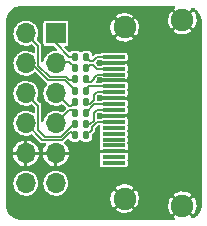
<source format=gbr>
G04 #@! TF.GenerationSoftware,KiCad,Pcbnew,5.99.0-unknown-8eca23aabe~115~ubuntu20.04.1*
G04 #@! TF.CreationDate,2021-02-02T12:21:52+00:00*
G04 #@! TF.ProjectId,dvi_pmod,6476695f-706d-46f6-942e-6b696361645f,rev?*
G04 #@! TF.SameCoordinates,Original*
G04 #@! TF.FileFunction,Copper,L1,Top*
G04 #@! TF.FilePolarity,Positive*
%FSLAX46Y46*%
G04 Gerber Fmt 4.6, Leading zero omitted, Abs format (unit mm)*
G04 Created by KiCad (PCBNEW 5.99.0-unknown-8eca23aabe~115~ubuntu20.04.1) date 2021-02-02 12:21:52*
%MOMM*%
%LPD*%
G01*
G04 APERTURE LIST*
G04 Aperture macros list*
%AMRoundRect*
0 Rectangle with rounded corners*
0 $1 Rounding radius*
0 $2 $3 $4 $5 $6 $7 $8 $9 X,Y pos of 4 corners*
0 Add a 4 corners polygon primitive as box body*
4,1,4,$2,$3,$4,$5,$6,$7,$8,$9,$2,$3,0*
0 Add four circle primitives for the rounded corners*
1,1,$1+$1,$2,$3*
1,1,$1+$1,$4,$5*
1,1,$1+$1,$6,$7*
1,1,$1+$1,$8,$9*
0 Add four rect primitives between the rounded corners*
20,1,$1+$1,$2,$3,$4,$5,0*
20,1,$1+$1,$4,$5,$6,$7,0*
20,1,$1+$1,$6,$7,$8,$9,0*
20,1,$1+$1,$8,$9,$2,$3,0*%
G04 Aperture macros list end*
G04 #@! TA.AperFunction,ComponentPad*
%ADD10R,1.700000X1.700000*%
G04 #@! TD*
G04 #@! TA.AperFunction,ComponentPad*
%ADD11O,1.700000X1.700000*%
G04 #@! TD*
G04 #@! TA.AperFunction,SMDPad,CuDef*
%ADD12R,1.900000X0.300000*%
G04 #@! TD*
G04 #@! TA.AperFunction,ComponentPad*
%ADD13C,1.900000*%
G04 #@! TD*
G04 #@! TA.AperFunction,SMDPad,CuDef*
%ADD14RoundRect,0.147500X0.147500X0.172500X-0.147500X0.172500X-0.147500X-0.172500X0.147500X-0.172500X0*%
G04 #@! TD*
G04 #@! TA.AperFunction,SMDPad,CuDef*
%ADD15RoundRect,0.147500X-0.147500X-0.172500X0.147500X-0.172500X0.147500X0.172500X-0.147500X0.172500X0*%
G04 #@! TD*
G04 #@! TA.AperFunction,ViaPad*
%ADD16C,0.600000*%
G04 #@! TD*
G04 #@! TA.AperFunction,Conductor*
%ADD17C,0.130000*%
G04 #@! TD*
G04 APERTURE END LIST*
D10*
X131445000Y-70000000D03*
D11*
X128905000Y-70000000D03*
X131445000Y-72540000D03*
X128905000Y-72540000D03*
X131445000Y-75080000D03*
X128905000Y-75080000D03*
X131445000Y-77620000D03*
X128905000Y-77620000D03*
X131445000Y-80160000D03*
X128905000Y-80160000D03*
X131445000Y-82700000D03*
X128905000Y-82700000D03*
D12*
X136362000Y-72000000D03*
X136362000Y-72500000D03*
X136362000Y-73000000D03*
X136362000Y-73500000D03*
X136362000Y-74000000D03*
X136362000Y-74500000D03*
X136362000Y-75000000D03*
X136362000Y-75500000D03*
X136362000Y-76000000D03*
X136362000Y-76500000D03*
X136362000Y-77000000D03*
X136362000Y-77500000D03*
X136362000Y-78000000D03*
X136362000Y-78500000D03*
X136362000Y-79000000D03*
X136362000Y-79500000D03*
X136362000Y-80000000D03*
X136362000Y-80500000D03*
X136362000Y-81000000D03*
D13*
X137262000Y-69500000D03*
X142162000Y-68900000D03*
X142162000Y-84600000D03*
X137262000Y-84000000D03*
D14*
X133997000Y-72000000D03*
X133027000Y-72000000D03*
X133997000Y-73900000D03*
X133027000Y-73900000D03*
X133997000Y-75800000D03*
X133027000Y-75800000D03*
X133997000Y-77700000D03*
X133027000Y-77700000D03*
D15*
X133027000Y-72950000D03*
X133997000Y-72950000D03*
X133027000Y-74850000D03*
X133997000Y-74850000D03*
X133027000Y-76750000D03*
X133997000Y-76750000D03*
X133027000Y-78650000D03*
X133997000Y-78650000D03*
D16*
X135150000Y-77000000D03*
X135150000Y-75500000D03*
X135150000Y-74000000D03*
X137762000Y-72500000D03*
X137762000Y-74000000D03*
X137762000Y-75500000D03*
X137762000Y-77000000D03*
X128000000Y-68500000D03*
X128000000Y-85000000D03*
X135062000Y-71400000D03*
X133512000Y-71250000D03*
X143400000Y-77100000D03*
X137862000Y-80000000D03*
X132000000Y-76350000D03*
X129400000Y-76400000D03*
X129350000Y-73850000D03*
X129350000Y-71300000D03*
X135150000Y-72500000D03*
X134862000Y-80000000D03*
X130700000Y-71400000D03*
X134900000Y-78600000D03*
D17*
X133997000Y-72000000D02*
X134347000Y-72350000D01*
X136357001Y-72004999D02*
X136362000Y-72000000D01*
X134550000Y-72350000D02*
X134895001Y-72004999D01*
X134347000Y-72350000D02*
X134550000Y-72350000D01*
X134895001Y-72004999D02*
X136357001Y-72004999D01*
X132600000Y-72000000D02*
X133027000Y-72000000D01*
X131445000Y-70845000D02*
X132600000Y-72000000D01*
X131445000Y-70000000D02*
X131445000Y-70845000D01*
X134654989Y-73907011D02*
X134654989Y-73762394D01*
X134412000Y-74150000D02*
X134654989Y-73907011D01*
X133997000Y-74000000D02*
X134147000Y-74150000D01*
X134147000Y-74150000D02*
X134412000Y-74150000D01*
X135007011Y-73504989D02*
X135012000Y-73500000D01*
X135012000Y-73500000D02*
X136362000Y-73500000D01*
X134654989Y-73762394D02*
X134912394Y-73504989D01*
X134912394Y-73504989D02*
X135007011Y-73504989D01*
X129950000Y-71045000D02*
X129950000Y-72750000D01*
X132927000Y-74000000D02*
X133027000Y-73900000D01*
X132307704Y-73724991D02*
X132582713Y-74000000D01*
X130924991Y-73724991D02*
X132307704Y-73724991D01*
X129950000Y-72750000D02*
X130924991Y-73724991D01*
X132582713Y-74000000D02*
X132927000Y-74000000D01*
X128905000Y-70000000D02*
X129950000Y-71045000D01*
X134995011Y-75004989D02*
X134912394Y-75004989D01*
X135000000Y-75000000D02*
X134995011Y-75004989D01*
X134654989Y-75262394D02*
X134654989Y-75345011D01*
X134654989Y-75345011D02*
X134650000Y-75350000D01*
X134650000Y-75694276D02*
X134344276Y-76000000D01*
X134912394Y-75004989D02*
X134654989Y-75262394D01*
X134344276Y-76000000D02*
X134197000Y-76000000D01*
X134650000Y-75350000D02*
X134650000Y-75694276D01*
X134197000Y-76000000D02*
X133997000Y-75800000D01*
X136362000Y-75000000D02*
X135000000Y-75000000D01*
X133027000Y-75873000D02*
X133027000Y-75800000D01*
X132565000Y-76200000D02*
X132700000Y-76200000D01*
X132700000Y-76200000D02*
X133027000Y-75873000D01*
X131445000Y-75080000D02*
X132565000Y-76200000D01*
X134654989Y-76762394D02*
X134917383Y-76500000D01*
X134654989Y-77407011D02*
X134654989Y-76762394D01*
X133997000Y-77700000D02*
X134362000Y-77700000D01*
X134362000Y-77700000D02*
X134654989Y-77407011D01*
X134917383Y-76500000D02*
X136362000Y-76500000D01*
X130525000Y-78750000D02*
X131900000Y-78750000D01*
X131900000Y-78750000D02*
X132950000Y-77700000D01*
X132950000Y-77700000D02*
X133027000Y-77700000D01*
X128905000Y-75080000D02*
X129950001Y-76125001D01*
X129950001Y-78175001D02*
X130525000Y-78750000D01*
X129950001Y-76125001D02*
X129950001Y-78175001D01*
X132060000Y-72540000D02*
X132200000Y-72400000D01*
X132600000Y-72400000D02*
X133027000Y-72827000D01*
X133027000Y-72827000D02*
X133027000Y-72950000D01*
X131445000Y-72540000D02*
X132060000Y-72540000D01*
X132200000Y-72400000D02*
X132600000Y-72400000D01*
X134297000Y-72650000D02*
X133997000Y-72950000D01*
X134900000Y-73000000D02*
X134550000Y-72650000D01*
X133997000Y-73000000D02*
X134197000Y-72800000D01*
X136362000Y-73000000D02*
X134900000Y-73000000D01*
X134550000Y-72650000D02*
X134297000Y-72650000D01*
X132200000Y-73985011D02*
X133027000Y-74812011D01*
X128905000Y-72540000D02*
X129340000Y-72540000D01*
X133027000Y-74812011D02*
X133027000Y-74850000D01*
X129340000Y-72540000D02*
X130785011Y-73985011D01*
X130785011Y-73985011D02*
X132200000Y-73985011D01*
X134917383Y-74500000D02*
X136362000Y-74500000D01*
X134262000Y-74500000D02*
X134917383Y-74500000D01*
X133997000Y-74765000D02*
X134262000Y-74500000D01*
X133997000Y-75000000D02*
X133997000Y-74765000D01*
X131445000Y-77620000D02*
X132565000Y-76500000D01*
X132565000Y-76500000D02*
X132777000Y-76500000D01*
X132777000Y-76500000D02*
X133027000Y-76750000D01*
X136362000Y-76000000D02*
X134712000Y-76000000D01*
X133997000Y-76715000D02*
X133997000Y-76750000D01*
X134712000Y-76000000D02*
X133997000Y-76715000D01*
X132752000Y-78375000D02*
X133027000Y-78650000D01*
X130295011Y-79010011D02*
X130417288Y-79010011D01*
X130417297Y-79010020D02*
X132007704Y-79010020D01*
X130417288Y-79010011D02*
X130417297Y-79010020D01*
X132007704Y-79010020D02*
X132642724Y-78375000D01*
X128905000Y-77620000D02*
X130295011Y-79010011D01*
X132642724Y-78375000D02*
X132752000Y-78375000D01*
X134487020Y-78159980D02*
X134487020Y-77942704D01*
X134929724Y-77500000D02*
X136362000Y-77500000D01*
X133997000Y-78650000D02*
X134487020Y-78159980D01*
X134487020Y-77942704D02*
X134929724Y-77500000D01*
G04 #@! TA.AperFunction,Conductor*
G36*
X141530297Y-67718907D02*
G01*
X141566261Y-67768407D01*
X141566261Y-67829593D01*
X141530297Y-67879093D01*
X141522724Y-67884081D01*
X141457617Y-67922816D01*
X141450312Y-67928123D01*
X141417659Y-67956758D01*
X141410841Y-67968218D01*
X141411164Y-67971736D01*
X141412532Y-67973755D01*
X142150914Y-68712137D01*
X142162797Y-68718191D01*
X142167828Y-68717395D01*
X142908197Y-67977026D01*
X142914251Y-67965143D01*
X142909712Y-67936481D01*
X142911555Y-67936189D01*
X142905647Y-67919151D01*
X142923410Y-67860601D01*
X142972195Y-67823673D01*
X143033369Y-67822474D01*
X143049565Y-67828997D01*
X143157225Y-67883852D01*
X143163986Y-67887639D01*
X143185964Y-67901106D01*
X143189670Y-67903378D01*
X143196131Y-67907696D01*
X143323733Y-68000405D01*
X143329828Y-68005209D01*
X143352724Y-68024764D01*
X143358419Y-68030028D01*
X143469971Y-68141580D01*
X143475247Y-68147289D01*
X143494785Y-68170165D01*
X143499597Y-68176269D01*
X143592308Y-68303874D01*
X143596622Y-68310330D01*
X143612351Y-68335998D01*
X143616148Y-68342779D01*
X143687766Y-68483336D01*
X143691015Y-68490383D01*
X143702523Y-68518165D01*
X143705212Y-68525451D01*
X143735989Y-68620172D01*
X143753964Y-68675494D01*
X143756073Y-68682975D01*
X143763095Y-68712223D01*
X143764612Y-68719848D01*
X143789288Y-68875643D01*
X143790202Y-68883363D01*
X143793415Y-68924190D01*
X143793704Y-68930164D01*
X143795430Y-69025622D01*
X143797098Y-69032366D01*
X143797106Y-69032400D01*
X143800000Y-69056161D01*
X143800000Y-84443706D01*
X143797065Y-84467634D01*
X143795433Y-84474186D01*
X143793703Y-84569835D01*
X143793703Y-84569845D01*
X143793414Y-84575822D01*
X143790202Y-84616635D01*
X143789288Y-84624351D01*
X143779523Y-84686011D01*
X143764613Y-84780149D01*
X143763097Y-84787770D01*
X143756076Y-84817016D01*
X143753971Y-84824484D01*
X143715672Y-84942358D01*
X143705219Y-84974529D01*
X143702528Y-84981821D01*
X143691015Y-85009616D01*
X143687763Y-85016671D01*
X143616153Y-85157215D01*
X143616148Y-85157224D01*
X143612359Y-85163990D01*
X143596625Y-85189666D01*
X143592317Y-85196114D01*
X143499587Y-85323745D01*
X143494795Y-85329824D01*
X143482224Y-85344542D01*
X143475243Y-85352716D01*
X143469967Y-85358424D01*
X143358420Y-85469971D01*
X143352711Y-85475247D01*
X143329835Y-85494785D01*
X143323731Y-85499597D01*
X143196125Y-85592309D01*
X143189673Y-85596620D01*
X143177681Y-85603969D01*
X143163996Y-85612355D01*
X143157215Y-85616153D01*
X143038400Y-85676692D01*
X142977968Y-85686263D01*
X142923451Y-85658485D01*
X142895674Y-85603969D01*
X142905245Y-85543537D01*
X142909729Y-85535653D01*
X142912616Y-85531077D01*
X142912430Y-85528245D01*
X142910428Y-85525205D01*
X142173086Y-84787863D01*
X142161203Y-84781809D01*
X142156172Y-84782605D01*
X141414070Y-85524707D01*
X141408016Y-85536590D01*
X141408507Y-85539693D01*
X141526726Y-85618684D01*
X141564606Y-85666734D01*
X141567008Y-85727873D01*
X141533015Y-85778746D01*
X141471725Y-85800000D01*
X128556294Y-85800000D01*
X128532366Y-85797065D01*
X128531243Y-85796785D01*
X128531241Y-85796785D01*
X128525814Y-85795433D01*
X128430150Y-85793703D01*
X128424178Y-85793414D01*
X128383365Y-85790202D01*
X128375649Y-85789288D01*
X128279446Y-85774052D01*
X128219851Y-85764613D01*
X128212230Y-85763097D01*
X128204196Y-85761168D01*
X128182969Y-85756072D01*
X128175516Y-85753971D01*
X128025462Y-85705216D01*
X128018179Y-85702528D01*
X127990384Y-85691015D01*
X127983324Y-85687761D01*
X127961600Y-85676692D01*
X127842770Y-85616145D01*
X127836003Y-85612355D01*
X127810327Y-85596620D01*
X127803886Y-85592316D01*
X127676255Y-85499587D01*
X127670176Y-85494795D01*
X127647282Y-85475241D01*
X127641576Y-85469967D01*
X127530029Y-85358420D01*
X127524753Y-85352711D01*
X127505215Y-85329835D01*
X127500403Y-85323731D01*
X127497066Y-85319137D01*
X127407689Y-85196121D01*
X127403375Y-85189666D01*
X127403374Y-85189663D01*
X127387645Y-85163996D01*
X127383847Y-85157215D01*
X127312238Y-85016673D01*
X127308984Y-85009614D01*
X127297474Y-84981827D01*
X127294784Y-84974534D01*
X127282455Y-84936590D01*
X136508016Y-84936590D01*
X136508507Y-84939694D01*
X136683242Y-85056448D01*
X136691203Y-85060770D01*
X136885456Y-85144228D01*
X136894067Y-85147026D01*
X137100290Y-85193690D01*
X137109249Y-85194869D01*
X137320532Y-85203171D01*
X137329559Y-85202697D01*
X137538808Y-85172358D01*
X137547599Y-85170247D01*
X137747821Y-85102281D01*
X137756079Y-85098604D01*
X137940556Y-84995292D01*
X137948011Y-84990169D01*
X138005498Y-84942358D01*
X138012616Y-84931076D01*
X138012430Y-84928245D01*
X138010428Y-84925205D01*
X137273086Y-84187863D01*
X137261203Y-84181809D01*
X137256172Y-84182605D01*
X136514070Y-84924707D01*
X136508016Y-84936590D01*
X127282455Y-84936590D01*
X127246034Y-84824499D01*
X127243931Y-84817044D01*
X127236900Y-84787757D01*
X127235387Y-84780151D01*
X127230624Y-84750078D01*
X127210711Y-84624352D01*
X127209798Y-84616640D01*
X127208261Y-84597101D01*
X127206585Y-84575806D01*
X127206296Y-84569835D01*
X127204704Y-84481792D01*
X127204570Y-84474378D01*
X127202894Y-84467598D01*
X127200000Y-84443839D01*
X127200000Y-83972984D01*
X136057710Y-83972984D01*
X136071539Y-84183978D01*
X136072952Y-84192899D01*
X136124999Y-84397835D01*
X136128019Y-84406363D01*
X136216535Y-84598369D01*
X136221066Y-84606216D01*
X136318825Y-84744542D01*
X136329512Y-84752523D01*
X136330261Y-84752533D01*
X136336392Y-84748831D01*
X137074137Y-84011086D01*
X137079379Y-84000797D01*
X137443809Y-84000797D01*
X137444605Y-84005828D01*
X138183245Y-84744468D01*
X138195128Y-84750522D01*
X138197932Y-84750078D01*
X138200774Y-84747808D01*
X138252169Y-84686011D01*
X138257292Y-84678556D01*
X138316415Y-84572984D01*
X140957710Y-84572984D01*
X140971539Y-84783978D01*
X140972952Y-84792899D01*
X141024999Y-84997835D01*
X141028019Y-85006363D01*
X141116535Y-85198369D01*
X141121066Y-85206216D01*
X141218825Y-85344542D01*
X141229512Y-85352523D01*
X141230261Y-85352533D01*
X141236392Y-85348831D01*
X141974137Y-84611086D01*
X141979379Y-84600797D01*
X142343809Y-84600797D01*
X142344605Y-84605828D01*
X143083245Y-85344468D01*
X143095128Y-85350522D01*
X143097932Y-85350078D01*
X143100774Y-85347808D01*
X143152169Y-85286011D01*
X143157292Y-85278556D01*
X143260604Y-85094079D01*
X143264281Y-85085821D01*
X143332247Y-84885599D01*
X143334358Y-84876808D01*
X143364929Y-84665964D01*
X143365426Y-84660140D01*
X143366924Y-84602914D01*
X143366734Y-84597101D01*
X143347237Y-84384924D01*
X143345590Y-84376038D01*
X143288196Y-84172536D01*
X143284955Y-84164093D01*
X143191442Y-83974466D01*
X143186712Y-83966748D01*
X143104317Y-83856406D01*
X143093425Y-83848708D01*
X143091976Y-83848727D01*
X143086883Y-83851894D01*
X142349863Y-84588914D01*
X142343809Y-84600797D01*
X141979379Y-84600797D01*
X141980191Y-84599203D01*
X141979395Y-84594172D01*
X141240747Y-83855524D01*
X141228864Y-83849470D01*
X141226747Y-83849805D01*
X141223017Y-83852866D01*
X141154212Y-83940145D01*
X141149288Y-83947728D01*
X141050835Y-84134855D01*
X141047381Y-84143195D01*
X140984679Y-84345127D01*
X140982798Y-84353977D01*
X140957946Y-84563952D01*
X140957710Y-84572984D01*
X138316415Y-84572984D01*
X138360604Y-84494079D01*
X138364281Y-84485821D01*
X138432247Y-84285599D01*
X138434358Y-84276808D01*
X138464929Y-84065964D01*
X138465426Y-84060140D01*
X138466924Y-84002914D01*
X138466734Y-83997101D01*
X138447237Y-83784924D01*
X138445590Y-83776038D01*
X138415181Y-83668218D01*
X141410841Y-83668218D01*
X141411164Y-83671736D01*
X141412532Y-83673755D01*
X142150914Y-84412137D01*
X142162797Y-84418191D01*
X142167828Y-84417395D01*
X142908197Y-83677026D01*
X142914251Y-83665143D01*
X142913591Y-83660976D01*
X142912843Y-83659987D01*
X142898888Y-83647088D01*
X142891723Y-83641589D01*
X142712896Y-83528758D01*
X142704843Y-83524655D01*
X142508451Y-83446303D01*
X142499792Y-83443738D01*
X142292411Y-83402487D01*
X142283418Y-83401542D01*
X142071997Y-83398774D01*
X142062979Y-83399484D01*
X141854595Y-83435291D01*
X141845868Y-83437629D01*
X141647493Y-83510814D01*
X141639331Y-83514707D01*
X141457617Y-83622816D01*
X141450312Y-83628123D01*
X141417659Y-83656758D01*
X141410841Y-83668218D01*
X138415181Y-83668218D01*
X138388196Y-83572536D01*
X138384955Y-83564093D01*
X138291442Y-83374466D01*
X138286712Y-83366748D01*
X138204317Y-83256406D01*
X138193425Y-83248708D01*
X138191976Y-83248727D01*
X138186883Y-83251894D01*
X137449863Y-83988914D01*
X137443809Y-84000797D01*
X137079379Y-84000797D01*
X137080191Y-83999203D01*
X137079395Y-83994172D01*
X136340747Y-83255524D01*
X136328864Y-83249470D01*
X136326747Y-83249805D01*
X136323017Y-83252866D01*
X136254212Y-83340145D01*
X136249288Y-83347728D01*
X136150835Y-83534855D01*
X136147381Y-83543195D01*
X136084679Y-83745127D01*
X136082798Y-83753977D01*
X136057946Y-83963952D01*
X136057710Y-83972984D01*
X127200000Y-83972984D01*
X127200000Y-82685263D01*
X127849603Y-82685263D01*
X127857092Y-82774445D01*
X127863126Y-82846303D01*
X127866840Y-82890538D01*
X127868173Y-82895186D01*
X127868173Y-82895187D01*
X127916908Y-83065143D01*
X127923621Y-83088555D01*
X128017782Y-83271773D01*
X128145737Y-83433212D01*
X128149417Y-83436344D01*
X128149419Y-83436346D01*
X128178029Y-83460695D01*
X128302612Y-83566723D01*
X128306835Y-83569083D01*
X128306839Y-83569086D01*
X128412474Y-83628123D01*
X128482432Y-83667221D01*
X128487030Y-83668715D01*
X128673742Y-83729382D01*
X128673745Y-83729383D01*
X128678347Y-83730878D01*
X128882895Y-83755269D01*
X128887717Y-83754898D01*
X128887720Y-83754898D01*
X129083458Y-83739837D01*
X129083463Y-83739836D01*
X129088286Y-83739465D01*
X129286695Y-83684068D01*
X129300636Y-83677026D01*
X129466244Y-83593371D01*
X129466246Y-83593370D01*
X129470565Y-83591188D01*
X129632893Y-83464363D01*
X129636055Y-83460700D01*
X129636060Y-83460695D01*
X129764332Y-83312089D01*
X129767496Y-83308424D01*
X129790766Y-83267463D01*
X129866858Y-83133517D01*
X129866859Y-83133514D01*
X129869247Y-83129311D01*
X129884355Y-83083897D01*
X129932743Y-82938435D01*
X129932743Y-82938433D01*
X129934270Y-82933844D01*
X129937180Y-82910814D01*
X129959740Y-82732225D01*
X129960088Y-82729471D01*
X129960500Y-82700000D01*
X129959055Y-82685263D01*
X130389603Y-82685263D01*
X130397092Y-82774445D01*
X130403126Y-82846303D01*
X130406840Y-82890538D01*
X130408173Y-82895186D01*
X130408173Y-82895187D01*
X130456908Y-83065143D01*
X130463621Y-83088555D01*
X130557782Y-83271773D01*
X130685737Y-83433212D01*
X130689417Y-83436344D01*
X130689419Y-83436346D01*
X130718029Y-83460695D01*
X130842612Y-83566723D01*
X130846835Y-83569083D01*
X130846839Y-83569086D01*
X130952474Y-83628123D01*
X131022432Y-83667221D01*
X131027030Y-83668715D01*
X131213742Y-83729382D01*
X131213745Y-83729383D01*
X131218347Y-83730878D01*
X131422895Y-83755269D01*
X131427717Y-83754898D01*
X131427720Y-83754898D01*
X131623458Y-83739837D01*
X131623463Y-83739836D01*
X131628286Y-83739465D01*
X131826695Y-83684068D01*
X131840636Y-83677026D01*
X132006244Y-83593371D01*
X132006246Y-83593370D01*
X132010565Y-83591188D01*
X132172893Y-83464363D01*
X132176055Y-83460700D01*
X132176060Y-83460695D01*
X132304332Y-83312089D01*
X132307496Y-83308424D01*
X132330766Y-83267463D01*
X132406858Y-83133517D01*
X132406859Y-83133514D01*
X132409247Y-83129311D01*
X132424355Y-83083897D01*
X132429571Y-83068218D01*
X136510841Y-83068218D01*
X136511164Y-83071736D01*
X136512532Y-83073755D01*
X137250914Y-83812137D01*
X137262797Y-83818191D01*
X137267828Y-83817395D01*
X138008197Y-83077026D01*
X138014251Y-83065143D01*
X138013591Y-83060976D01*
X138012843Y-83059987D01*
X137998888Y-83047088D01*
X137991723Y-83041589D01*
X137812896Y-82928758D01*
X137804843Y-82924655D01*
X137608451Y-82846303D01*
X137599792Y-82843738D01*
X137392411Y-82802487D01*
X137383418Y-82801542D01*
X137171997Y-82798774D01*
X137162979Y-82799484D01*
X136954595Y-82835291D01*
X136945868Y-82837629D01*
X136747493Y-82910814D01*
X136739331Y-82914707D01*
X136557617Y-83022816D01*
X136550312Y-83028123D01*
X136517659Y-83056758D01*
X136510841Y-83068218D01*
X132429571Y-83068218D01*
X132472743Y-82938435D01*
X132472743Y-82938433D01*
X132474270Y-82933844D01*
X132477180Y-82910814D01*
X132499740Y-82732225D01*
X132500088Y-82729471D01*
X132500500Y-82700000D01*
X132480398Y-82494986D01*
X132477493Y-82485362D01*
X132422256Y-82302412D01*
X132420858Y-82297780D01*
X132324148Y-82115895D01*
X132193952Y-81956259D01*
X132035228Y-81824951D01*
X131854023Y-81726973D01*
X131790952Y-81707449D01*
X131661859Y-81667488D01*
X131661855Y-81667487D01*
X131657238Y-81666058D01*
X131652431Y-81665553D01*
X131652427Y-81665552D01*
X131457185Y-81645032D01*
X131457183Y-81645032D01*
X131452369Y-81644526D01*
X131384372Y-81650714D01*
X131252039Y-81662757D01*
X131252036Y-81662758D01*
X131247219Y-81663196D01*
X131242577Y-81664562D01*
X131242573Y-81664563D01*
X131054250Y-81719989D01*
X131054247Y-81719990D01*
X131049603Y-81721357D01*
X131045309Y-81723602D01*
X130871344Y-81814548D01*
X130871340Y-81814551D01*
X130867047Y-81816795D01*
X130863271Y-81819831D01*
X130863268Y-81819833D01*
X130856903Y-81824951D01*
X130706505Y-81945874D01*
X130694643Y-81960011D01*
X130577202Y-82099971D01*
X130577199Y-82099975D01*
X130574093Y-82103677D01*
X130474853Y-82284194D01*
X130412565Y-82480549D01*
X130389603Y-82685263D01*
X129959055Y-82685263D01*
X129940398Y-82494986D01*
X129937493Y-82485362D01*
X129882256Y-82302412D01*
X129880858Y-82297780D01*
X129784148Y-82115895D01*
X129653952Y-81956259D01*
X129495228Y-81824951D01*
X129314023Y-81726973D01*
X129250952Y-81707449D01*
X129121859Y-81667488D01*
X129121855Y-81667487D01*
X129117238Y-81666058D01*
X129112431Y-81665553D01*
X129112427Y-81665552D01*
X128917185Y-81645032D01*
X128917183Y-81645032D01*
X128912369Y-81644526D01*
X128844372Y-81650714D01*
X128712039Y-81662757D01*
X128712036Y-81662758D01*
X128707219Y-81663196D01*
X128702577Y-81664562D01*
X128702573Y-81664563D01*
X128514250Y-81719989D01*
X128514247Y-81719990D01*
X128509603Y-81721357D01*
X128505309Y-81723602D01*
X128331344Y-81814548D01*
X128331340Y-81814551D01*
X128327047Y-81816795D01*
X128323271Y-81819831D01*
X128323268Y-81819833D01*
X128316903Y-81824951D01*
X128166505Y-81945874D01*
X128154643Y-81960011D01*
X128037202Y-82099971D01*
X128037199Y-82099975D01*
X128034093Y-82103677D01*
X127934853Y-82284194D01*
X127872565Y-82480549D01*
X127849603Y-82685263D01*
X127200000Y-82685263D01*
X127200000Y-80297264D01*
X127811406Y-80297264D01*
X127842996Y-80463655D01*
X127845614Y-80472665D01*
X127919575Y-80658993D01*
X127923855Y-80667356D01*
X128031711Y-80836331D01*
X128037489Y-80843727D01*
X128175359Y-80989267D01*
X128182429Y-80995435D01*
X128345337Y-81112280D01*
X128353441Y-81116996D01*
X128535504Y-81200928D01*
X128544352Y-81204027D01*
X128739008Y-81252019D01*
X128748280Y-81253388D01*
X128764341Y-81254216D01*
X128777222Y-81250753D01*
X128779672Y-81247721D01*
X128780000Y-81245947D01*
X128780000Y-80300680D01*
X128777583Y-80293243D01*
X129030000Y-80293243D01*
X129030000Y-81237543D01*
X129034122Y-81250228D01*
X129035404Y-81251160D01*
X129041152Y-81251666D01*
X129156413Y-81235569D01*
X129165537Y-81233396D01*
X129355268Y-81168622D01*
X129363812Y-81164764D01*
X129537867Y-81065283D01*
X129545532Y-81059876D01*
X129697630Y-80929282D01*
X129704143Y-80922514D01*
X129828800Y-80765518D01*
X129833911Y-80757647D01*
X129926632Y-80579911D01*
X129930166Y-80571207D01*
X129987606Y-80379141D01*
X129989427Y-80369944D01*
X129996409Y-80300600D01*
X129995685Y-80297264D01*
X130351406Y-80297264D01*
X130382996Y-80463655D01*
X130385614Y-80472665D01*
X130459575Y-80658993D01*
X130463855Y-80667356D01*
X130571711Y-80836331D01*
X130577489Y-80843727D01*
X130715359Y-80989267D01*
X130722429Y-80995435D01*
X130885337Y-81112280D01*
X130893441Y-81116996D01*
X131075504Y-81200928D01*
X131084352Y-81204027D01*
X131279008Y-81252019D01*
X131288280Y-81253388D01*
X131304341Y-81254216D01*
X131317222Y-81250753D01*
X131319672Y-81247721D01*
X131320000Y-81245947D01*
X131320000Y-80300680D01*
X131317583Y-80293243D01*
X131570000Y-80293243D01*
X131570000Y-81237543D01*
X131574122Y-81250228D01*
X131575404Y-81251160D01*
X131581152Y-81251666D01*
X131696413Y-81235569D01*
X131705537Y-81233396D01*
X131895268Y-81168622D01*
X131903812Y-81164764D01*
X132077867Y-81065283D01*
X132085532Y-81059876D01*
X132237630Y-80929282D01*
X132244143Y-80922514D01*
X132368800Y-80765518D01*
X132373911Y-80757647D01*
X132466632Y-80579911D01*
X132470166Y-80571207D01*
X132527606Y-80379141D01*
X132529427Y-80369944D01*
X132536409Y-80300600D01*
X132533579Y-80287567D01*
X132531634Y-80285830D01*
X132527685Y-80285000D01*
X131585680Y-80285000D01*
X131572995Y-80289122D01*
X131570000Y-80293243D01*
X131317583Y-80293243D01*
X131315878Y-80287995D01*
X131311757Y-80285000D01*
X130364758Y-80285000D01*
X130352073Y-80289122D01*
X130351908Y-80289348D01*
X130351406Y-80297264D01*
X129995685Y-80297264D01*
X129993579Y-80287567D01*
X129991634Y-80285830D01*
X129987685Y-80285000D01*
X129045680Y-80285000D01*
X129032995Y-80289122D01*
X129030000Y-80293243D01*
X128777583Y-80293243D01*
X128775878Y-80287995D01*
X128771757Y-80285000D01*
X127824758Y-80285000D01*
X127812073Y-80289122D01*
X127811908Y-80289348D01*
X127811406Y-80297264D01*
X127200000Y-80297264D01*
X127200000Y-80133243D01*
X135157000Y-80133243D01*
X135157000Y-80145142D01*
X135157948Y-80154763D01*
X135174509Y-80238022D01*
X135181828Y-80255691D01*
X135192514Y-80271684D01*
X135209122Y-80330572D01*
X135207753Y-80342131D01*
X135207447Y-80345239D01*
X135206500Y-80350000D01*
X135206500Y-80650000D01*
X135221222Y-80724013D01*
X135222143Y-80728641D01*
X135218711Y-80729324D01*
X135222016Y-80771334D01*
X135222143Y-80771359D01*
X135206500Y-80850000D01*
X135206500Y-81150000D01*
X135222143Y-81228641D01*
X135266690Y-81295310D01*
X135333359Y-81339857D01*
X135342922Y-81341759D01*
X135342924Y-81341760D01*
X135368200Y-81346787D01*
X135412000Y-81355500D01*
X137312000Y-81355500D01*
X137355800Y-81346787D01*
X137381076Y-81341760D01*
X137381078Y-81341759D01*
X137390641Y-81339857D01*
X137457310Y-81295310D01*
X137501857Y-81228641D01*
X137517500Y-81150000D01*
X137517500Y-80850000D01*
X137501857Y-80771359D01*
X137505289Y-80770676D01*
X137501984Y-80728666D01*
X137501857Y-80728641D01*
X137501947Y-80728190D01*
X137501947Y-80728189D01*
X137517500Y-80650000D01*
X137517500Y-80350000D01*
X137516552Y-80345237D01*
X137516075Y-80340388D01*
X137517384Y-80340259D01*
X137523894Y-80285241D01*
X137531486Y-80271684D01*
X137542172Y-80255691D01*
X137549491Y-80238022D01*
X137566052Y-80154763D01*
X137567000Y-80145142D01*
X137567000Y-80140680D01*
X137562878Y-80127995D01*
X137558757Y-80125000D01*
X135172680Y-80125000D01*
X135159995Y-80129122D01*
X135157000Y-80133243D01*
X127200000Y-80133243D01*
X127200000Y-80019613D01*
X127811632Y-80019613D01*
X127813245Y-80032849D01*
X127813341Y-80032952D01*
X127821245Y-80035000D01*
X128764320Y-80035000D01*
X128777005Y-80030878D01*
X128780000Y-80026757D01*
X128780000Y-79080283D01*
X128779260Y-79078006D01*
X129030000Y-79078006D01*
X129030000Y-80019320D01*
X129034122Y-80032005D01*
X129038243Y-80035000D01*
X129982394Y-80035000D01*
X129995079Y-80030878D01*
X129996693Y-80028657D01*
X129997108Y-80024881D01*
X129990512Y-79955743D01*
X129988738Y-79946531D01*
X129932302Y-79754156D01*
X129928821Y-79745453D01*
X129837026Y-79567222D01*
X129831956Y-79559326D01*
X129708122Y-79401677D01*
X129701653Y-79394884D01*
X129550237Y-79263491D01*
X129542595Y-79258041D01*
X129369066Y-79157652D01*
X129360543Y-79153750D01*
X129171151Y-79087981D01*
X129162050Y-79085763D01*
X129045516Y-79068867D01*
X129032372Y-79071125D01*
X129031363Y-79072162D01*
X129030000Y-79078006D01*
X128779260Y-79078006D01*
X128775878Y-79067598D01*
X128772612Y-79065225D01*
X128771067Y-79065017D01*
X128754012Y-79065806D01*
X128744721Y-79067129D01*
X128549830Y-79114098D01*
X128540958Y-79117152D01*
X128358460Y-79200129D01*
X128350328Y-79204805D01*
X128186813Y-79320794D01*
X128179713Y-79326923D01*
X128041080Y-79471740D01*
X128035266Y-79479103D01*
X127926517Y-79647525D01*
X127922206Y-79655841D01*
X127847262Y-79841800D01*
X127844602Y-79850780D01*
X127811632Y-80019613D01*
X127200000Y-80019613D01*
X127200000Y-69985263D01*
X127849603Y-69985263D01*
X127854554Y-70044228D01*
X127859101Y-70098369D01*
X127866840Y-70190538D01*
X127868173Y-70195186D01*
X127868173Y-70195187D01*
X127882326Y-70244542D01*
X127923621Y-70388555D01*
X128017782Y-70571773D01*
X128145737Y-70733212D01*
X128302612Y-70866723D01*
X128306835Y-70869083D01*
X128306839Y-70869086D01*
X128413401Y-70928641D01*
X128482432Y-70967221D01*
X128487030Y-70968715D01*
X128673742Y-71029382D01*
X128673745Y-71029383D01*
X128678347Y-71030878D01*
X128882895Y-71055269D01*
X128887717Y-71054898D01*
X128887720Y-71054898D01*
X129083458Y-71039837D01*
X129083463Y-71039836D01*
X129088286Y-71039465D01*
X129286695Y-70984068D01*
X129317089Y-70968715D01*
X129373476Y-70940231D01*
X129433941Y-70930869D01*
X129488118Y-70958592D01*
X129655504Y-71125978D01*
X129683281Y-71180495D01*
X129684500Y-71195982D01*
X129684500Y-71611145D01*
X129665593Y-71669336D01*
X129616093Y-71705300D01*
X129554907Y-71705300D01*
X129522394Y-71687425D01*
X129498956Y-71668035D01*
X129495228Y-71664951D01*
X129373623Y-71599199D01*
X129318277Y-71569273D01*
X129318276Y-71569272D01*
X129314023Y-71566973D01*
X129220475Y-71538015D01*
X129121859Y-71507488D01*
X129121855Y-71507487D01*
X129117238Y-71506058D01*
X129112431Y-71505553D01*
X129112427Y-71505552D01*
X128917185Y-71485032D01*
X128917183Y-71485032D01*
X128912369Y-71484526D01*
X128844372Y-71490714D01*
X128712039Y-71502757D01*
X128712036Y-71502758D01*
X128707219Y-71503196D01*
X128702577Y-71504562D01*
X128702573Y-71504563D01*
X128514250Y-71559989D01*
X128514247Y-71559990D01*
X128509603Y-71561357D01*
X128469593Y-71582274D01*
X128331344Y-71654548D01*
X128331340Y-71654551D01*
X128327047Y-71656795D01*
X128323271Y-71659831D01*
X128323268Y-71659833D01*
X128198055Y-71760507D01*
X128166505Y-71785874D01*
X128126362Y-71833715D01*
X128037202Y-71939971D01*
X128037199Y-71939975D01*
X128034093Y-71943677D01*
X127934853Y-72124194D01*
X127933389Y-72128808D01*
X127933388Y-72128811D01*
X127920504Y-72169428D01*
X127872565Y-72320549D01*
X127872025Y-72325361D01*
X127872025Y-72325362D01*
X127850700Y-72515487D01*
X127849603Y-72525263D01*
X127852074Y-72554692D01*
X127865153Y-72710445D01*
X127866840Y-72730538D01*
X127868173Y-72735186D01*
X127868173Y-72735187D01*
X127902489Y-72854858D01*
X127923621Y-72928555D01*
X128017782Y-73111773D01*
X128145737Y-73273212D01*
X128149417Y-73276344D01*
X128149419Y-73276346D01*
X128262837Y-73372872D01*
X128302612Y-73406723D01*
X128306835Y-73409083D01*
X128306839Y-73409086D01*
X128393626Y-73457589D01*
X128482432Y-73507221D01*
X128487030Y-73508715D01*
X128673742Y-73569382D01*
X128673745Y-73569383D01*
X128678347Y-73570878D01*
X128882895Y-73595269D01*
X128887717Y-73594898D01*
X128887720Y-73594898D01*
X129083458Y-73579837D01*
X129083463Y-73579836D01*
X129088286Y-73579465D01*
X129286695Y-73524068D01*
X129295780Y-73519479D01*
X129466244Y-73433371D01*
X129466246Y-73433370D01*
X129470565Y-73431188D01*
X129474379Y-73428208D01*
X129474384Y-73428205D01*
X129617765Y-73316184D01*
X129675260Y-73295257D01*
X129734075Y-73312122D01*
X129748719Y-73324193D01*
X130572610Y-74148084D01*
X130584921Y-74163086D01*
X130593739Y-74176283D01*
X130601849Y-74181702D01*
X130615044Y-74190519D01*
X130615048Y-74190522D01*
X130654598Y-74216948D01*
X130692478Y-74264998D01*
X130694880Y-74326136D01*
X130675436Y-74362900D01*
X130577202Y-74479971D01*
X130577199Y-74479975D01*
X130574093Y-74483677D01*
X130474853Y-74664194D01*
X130473389Y-74668808D01*
X130473388Y-74668811D01*
X130440858Y-74771359D01*
X130412565Y-74860549D01*
X130389603Y-75065263D01*
X130394115Y-75118994D01*
X130405679Y-75256708D01*
X130406840Y-75270538D01*
X130408173Y-75275186D01*
X130408173Y-75275187D01*
X130452306Y-75429094D01*
X130463621Y-75468555D01*
X130557782Y-75651773D01*
X130685737Y-75813212D01*
X130689417Y-75816344D01*
X130689419Y-75816346D01*
X130734671Y-75854858D01*
X130842612Y-75946723D01*
X130846835Y-75949083D01*
X130846839Y-75949086D01*
X130957388Y-76010869D01*
X131022432Y-76047221D01*
X131027030Y-76048715D01*
X131213742Y-76109382D01*
X131213745Y-76109383D01*
X131218347Y-76110878D01*
X131422895Y-76135269D01*
X131427717Y-76134898D01*
X131427720Y-76134898D01*
X131623458Y-76119837D01*
X131623463Y-76119836D01*
X131628286Y-76119465D01*
X131826695Y-76064068D01*
X131857089Y-76048715D01*
X131913476Y-76020231D01*
X131973941Y-76010869D01*
X132028118Y-76038592D01*
X132269522Y-76279996D01*
X132297299Y-76334513D01*
X132287728Y-76394945D01*
X132269522Y-76420004D01*
X132028568Y-76660958D01*
X131974051Y-76688735D01*
X131911478Y-76678039D01*
X131854023Y-76646973D01*
X131790952Y-76627449D01*
X131661859Y-76587488D01*
X131661855Y-76587487D01*
X131657238Y-76586058D01*
X131652431Y-76585553D01*
X131652427Y-76585552D01*
X131457185Y-76565032D01*
X131457183Y-76565032D01*
X131452369Y-76564526D01*
X131384372Y-76570714D01*
X131252039Y-76582757D01*
X131252036Y-76582758D01*
X131247219Y-76583196D01*
X131242577Y-76584562D01*
X131242573Y-76584563D01*
X131054250Y-76639989D01*
X131054247Y-76639990D01*
X131049603Y-76641357D01*
X131018024Y-76657866D01*
X130871344Y-76734548D01*
X130871340Y-76734551D01*
X130867047Y-76736795D01*
X130863271Y-76739831D01*
X130863268Y-76739833D01*
X130794269Y-76795310D01*
X130706505Y-76865874D01*
X130666361Y-76913716D01*
X130577202Y-77019971D01*
X130577199Y-77019975D01*
X130574093Y-77023677D01*
X130474853Y-77204194D01*
X130473389Y-77208808D01*
X130473388Y-77208811D01*
X130428600Y-77350000D01*
X130412565Y-77400549D01*
X130412025Y-77405362D01*
X130411338Y-77408595D01*
X130380746Y-77461583D01*
X130324851Y-77486471D01*
X130265002Y-77473750D01*
X130224061Y-77428281D01*
X130215501Y-77388013D01*
X130215501Y-76159890D01*
X130217403Y-76140576D01*
X130218599Y-76134563D01*
X130220501Y-76125001D01*
X130199911Y-76021486D01*
X130155512Y-75955038D01*
X130155510Y-75955036D01*
X130151535Y-75949086D01*
X130146692Y-75941839D01*
X130141273Y-75933729D01*
X130128076Y-75924911D01*
X130113074Y-75912600D01*
X129864806Y-75664332D01*
X129837029Y-75609815D01*
X129848730Y-75545427D01*
X129866859Y-75513515D01*
X129866860Y-75513513D01*
X129869247Y-75509311D01*
X129934270Y-75313844D01*
X129935162Y-75306788D01*
X129959740Y-75112225D01*
X129960088Y-75109471D01*
X129960500Y-75080000D01*
X129958584Y-75060455D01*
X129940870Y-74879796D01*
X129940869Y-74879792D01*
X129940398Y-74874986D01*
X129937493Y-74865362D01*
X129907342Y-74765500D01*
X129880858Y-74677780D01*
X129784148Y-74495895D01*
X129653952Y-74336259D01*
X129645877Y-74329579D01*
X129498955Y-74208034D01*
X129498953Y-74208033D01*
X129495228Y-74204951D01*
X129386051Y-74145918D01*
X129318277Y-74109273D01*
X129318276Y-74109272D01*
X129314023Y-74106973D01*
X129228499Y-74080499D01*
X129121859Y-74047488D01*
X129121855Y-74047487D01*
X129117238Y-74046058D01*
X129112431Y-74045553D01*
X129112427Y-74045552D01*
X128917185Y-74025032D01*
X128917183Y-74025032D01*
X128912369Y-74024526D01*
X128844372Y-74030714D01*
X128712039Y-74042757D01*
X128712036Y-74042758D01*
X128707219Y-74043196D01*
X128702577Y-74044562D01*
X128702573Y-74044563D01*
X128514250Y-74099989D01*
X128514247Y-74099990D01*
X128509603Y-74101357D01*
X128501594Y-74105544D01*
X128331344Y-74194548D01*
X128331340Y-74194551D01*
X128327047Y-74196795D01*
X128323271Y-74199831D01*
X128323268Y-74199833D01*
X128190343Y-74306708D01*
X128166505Y-74325874D01*
X128119024Y-74382460D01*
X128037202Y-74479971D01*
X128037199Y-74479975D01*
X128034093Y-74483677D01*
X127934853Y-74664194D01*
X127933389Y-74668808D01*
X127933388Y-74668811D01*
X127900858Y-74771359D01*
X127872565Y-74860549D01*
X127849603Y-75065263D01*
X127854115Y-75118994D01*
X127865679Y-75256708D01*
X127866840Y-75270538D01*
X127868173Y-75275186D01*
X127868173Y-75275187D01*
X127912306Y-75429094D01*
X127923621Y-75468555D01*
X128017782Y-75651773D01*
X128145737Y-75813212D01*
X128149417Y-75816344D01*
X128149419Y-75816346D01*
X128194671Y-75854858D01*
X128302612Y-75946723D01*
X128306835Y-75949083D01*
X128306839Y-75949086D01*
X128417388Y-76010869D01*
X128482432Y-76047221D01*
X128487030Y-76048715D01*
X128673742Y-76109382D01*
X128673745Y-76109383D01*
X128678347Y-76110878D01*
X128882895Y-76135269D01*
X128887717Y-76134898D01*
X128887720Y-76134898D01*
X129083458Y-76119837D01*
X129083463Y-76119836D01*
X129088286Y-76119465D01*
X129286695Y-76064068D01*
X129317089Y-76048715D01*
X129373476Y-76020231D01*
X129433941Y-76010869D01*
X129488118Y-76038592D01*
X129655505Y-76205979D01*
X129683282Y-76260496D01*
X129684501Y-76275983D01*
X129684501Y-76691145D01*
X129665594Y-76749336D01*
X129616094Y-76785300D01*
X129554908Y-76785300D01*
X129522397Y-76767426D01*
X129498961Y-76748038D01*
X129498953Y-76748033D01*
X129495228Y-76744951D01*
X129355552Y-76669428D01*
X129318277Y-76649273D01*
X129318276Y-76649272D01*
X129314023Y-76646973D01*
X129250952Y-76627449D01*
X129121859Y-76587488D01*
X129121855Y-76587487D01*
X129117238Y-76586058D01*
X129112431Y-76585553D01*
X129112427Y-76585552D01*
X128917185Y-76565032D01*
X128917183Y-76565032D01*
X128912369Y-76564526D01*
X128844372Y-76570714D01*
X128712039Y-76582757D01*
X128712036Y-76582758D01*
X128707219Y-76583196D01*
X128702577Y-76584562D01*
X128702573Y-76584563D01*
X128514250Y-76639989D01*
X128514247Y-76639990D01*
X128509603Y-76641357D01*
X128478024Y-76657866D01*
X128331344Y-76734548D01*
X128331340Y-76734551D01*
X128327047Y-76736795D01*
X128323271Y-76739831D01*
X128323268Y-76739833D01*
X128254269Y-76795310D01*
X128166505Y-76865874D01*
X128126361Y-76913716D01*
X128037202Y-77019971D01*
X128037199Y-77019975D01*
X128034093Y-77023677D01*
X127934853Y-77204194D01*
X127933389Y-77208808D01*
X127933388Y-77208811D01*
X127888600Y-77350000D01*
X127872565Y-77400549D01*
X127872025Y-77405361D01*
X127872025Y-77405362D01*
X127871663Y-77408595D01*
X127849603Y-77605263D01*
X127852952Y-77645142D01*
X127865073Y-77789490D01*
X127866840Y-77810538D01*
X127868173Y-77815186D01*
X127868173Y-77815187D01*
X127882314Y-77864500D01*
X127923621Y-78008555D01*
X128017782Y-78191773D01*
X128145737Y-78353212D01*
X128149417Y-78356344D01*
X128149419Y-78356346D01*
X128178395Y-78381006D01*
X128302612Y-78486723D01*
X128306835Y-78489083D01*
X128306839Y-78489086D01*
X128417388Y-78550869D01*
X128482432Y-78587221D01*
X128487030Y-78588715D01*
X128673742Y-78649382D01*
X128673745Y-78649383D01*
X128678347Y-78650878D01*
X128882895Y-78675269D01*
X128887717Y-78674898D01*
X128887720Y-78674898D01*
X129083458Y-78659837D01*
X129083463Y-78659836D01*
X129088286Y-78659465D01*
X129286695Y-78604068D01*
X129317089Y-78588715D01*
X129337128Y-78578592D01*
X129373479Y-78560230D01*
X129433943Y-78550869D01*
X129488119Y-78578592D01*
X130082608Y-79173081D01*
X130094919Y-79188083D01*
X130103739Y-79201283D01*
X130111849Y-79206702D01*
X130137757Y-79224013D01*
X130191495Y-79259920D01*
X130201058Y-79261822D01*
X130201060Y-79261823D01*
X130245511Y-79270665D01*
X130269875Y-79275511D01*
X130269876Y-79275511D01*
X130269882Y-79275512D01*
X130285447Y-79278608D01*
X130285449Y-79278608D01*
X130295011Y-79280510D01*
X130304573Y-79278608D01*
X130310581Y-79277413D01*
X130329895Y-79275511D01*
X130382363Y-79275511D01*
X130401677Y-79277413D01*
X130407685Y-79278608D01*
X130417297Y-79280520D01*
X130432873Y-79277422D01*
X130452185Y-79275520D01*
X130537098Y-79275520D01*
X130595289Y-79294427D01*
X130631253Y-79343927D01*
X130631253Y-79405113D01*
X130608612Y-79442979D01*
X130581085Y-79471735D01*
X130575266Y-79479103D01*
X130466517Y-79647525D01*
X130462206Y-79655841D01*
X130387262Y-79841800D01*
X130384602Y-79850780D01*
X130351632Y-80019613D01*
X130353245Y-80032849D01*
X130353341Y-80032952D01*
X130361245Y-80035000D01*
X132522394Y-80035000D01*
X132535079Y-80030878D01*
X132536693Y-80028657D01*
X132537108Y-80024881D01*
X132530512Y-79955743D01*
X132528738Y-79946531D01*
X132472302Y-79754156D01*
X132468821Y-79745453D01*
X132377026Y-79567222D01*
X132371956Y-79559326D01*
X132248127Y-79401683D01*
X132241649Y-79394880D01*
X132193968Y-79353505D01*
X132162410Y-79301086D01*
X132167689Y-79240129D01*
X132188849Y-79208728D01*
X132190866Y-79206711D01*
X132198976Y-79201292D01*
X132207794Y-79188095D01*
X132220105Y-79173093D01*
X132420276Y-78972922D01*
X132474793Y-78945145D01*
X132535225Y-78954716D01*
X132577405Y-78995914D01*
X132600575Y-79038856D01*
X132685695Y-79117540D01*
X132693177Y-79120848D01*
X132693179Y-79120849D01*
X132767600Y-79153750D01*
X132791712Y-79164410D01*
X132839920Y-79170500D01*
X133204540Y-79170500D01*
X133288843Y-79156468D01*
X133390856Y-79101425D01*
X133437653Y-79050801D01*
X133491036Y-79020904D01*
X133551797Y-79028096D01*
X133577549Y-79045303D01*
X133606605Y-79072162D01*
X133649686Y-79111986D01*
X133649688Y-79111988D01*
X133655695Y-79117540D01*
X133663177Y-79120848D01*
X133663179Y-79120849D01*
X133737600Y-79153750D01*
X133761712Y-79164410D01*
X133809920Y-79170500D01*
X134174540Y-79170500D01*
X134258843Y-79156468D01*
X134360856Y-79101425D01*
X134439540Y-79016305D01*
X134466769Y-78954716D01*
X134483497Y-78916877D01*
X134486410Y-78910288D01*
X134492500Y-78862080D01*
X134492500Y-78570982D01*
X134511407Y-78512791D01*
X134521496Y-78500978D01*
X134650093Y-78372381D01*
X134665095Y-78360070D01*
X134670182Y-78356671D01*
X134678292Y-78351252D01*
X134692529Y-78329945D01*
X134692531Y-78329943D01*
X134726893Y-78278516D01*
X134736929Y-78263496D01*
X134752520Y-78185116D01*
X134757520Y-78159980D01*
X134754422Y-78144404D01*
X134752520Y-78125092D01*
X134752520Y-78093686D01*
X134771427Y-78035495D01*
X134781516Y-78023682D01*
X135010702Y-77794496D01*
X135065219Y-77766719D01*
X135080706Y-77765500D01*
X135107500Y-77765500D01*
X135165691Y-77784407D01*
X135201655Y-77833907D01*
X135206500Y-77864500D01*
X135206500Y-78150000D01*
X135217744Y-78206527D01*
X135222143Y-78228641D01*
X135218711Y-78229324D01*
X135222016Y-78271334D01*
X135222143Y-78271359D01*
X135206500Y-78350000D01*
X135206500Y-78650000D01*
X135221222Y-78724013D01*
X135222143Y-78728641D01*
X135218711Y-78729324D01*
X135222016Y-78771334D01*
X135222143Y-78771359D01*
X135206500Y-78850000D01*
X135206500Y-79150000D01*
X135216701Y-79201283D01*
X135222143Y-79228641D01*
X135218711Y-79229324D01*
X135222016Y-79271334D01*
X135222143Y-79271359D01*
X135221223Y-79275984D01*
X135221222Y-79275987D01*
X135217554Y-79294427D01*
X135206500Y-79350000D01*
X135206500Y-79650000D01*
X135207448Y-79654763D01*
X135207925Y-79659612D01*
X135206616Y-79659741D01*
X135200106Y-79714759D01*
X135192514Y-79728316D01*
X135181828Y-79744309D01*
X135174509Y-79761978D01*
X135157948Y-79845237D01*
X135157000Y-79854858D01*
X135157000Y-79859320D01*
X135161122Y-79872005D01*
X135165243Y-79875000D01*
X137551320Y-79875000D01*
X137564005Y-79870878D01*
X137567000Y-79866757D01*
X137567000Y-79854858D01*
X137566052Y-79845237D01*
X137549491Y-79761978D01*
X137542172Y-79744309D01*
X137531486Y-79728316D01*
X137514878Y-79669428D01*
X137516247Y-79657869D01*
X137516553Y-79654761D01*
X137517500Y-79650000D01*
X137517500Y-79350000D01*
X137501857Y-79271359D01*
X137505289Y-79270676D01*
X137501984Y-79228666D01*
X137501857Y-79228641D01*
X137501947Y-79228190D01*
X137501947Y-79228189D01*
X137506599Y-79204805D01*
X137513422Y-79170500D01*
X137517500Y-79150000D01*
X137517500Y-78850000D01*
X137501857Y-78771359D01*
X137505289Y-78770676D01*
X137501984Y-78728666D01*
X137501857Y-78728641D01*
X137501947Y-78728190D01*
X137501947Y-78728189D01*
X137517500Y-78650000D01*
X137517500Y-78350000D01*
X137501857Y-78271359D01*
X137505289Y-78270676D01*
X137501984Y-78228666D01*
X137501857Y-78228641D01*
X137501947Y-78228190D01*
X137501947Y-78228189D01*
X137504064Y-78217549D01*
X137512733Y-78173963D01*
X137517500Y-78150000D01*
X137517500Y-77850000D01*
X137501857Y-77771359D01*
X137505289Y-77770676D01*
X137501984Y-77728666D01*
X137501857Y-77728641D01*
X137501947Y-77728190D01*
X137501947Y-77728189D01*
X137517500Y-77650000D01*
X137517500Y-77350000D01*
X137516552Y-77345237D01*
X137516075Y-77340388D01*
X137517384Y-77340259D01*
X137523894Y-77285241D01*
X137531486Y-77271684D01*
X137542172Y-77255691D01*
X137549491Y-77238022D01*
X137566052Y-77154763D01*
X137567000Y-77145142D01*
X137567000Y-77140680D01*
X137562878Y-77127995D01*
X137558757Y-77125000D01*
X135172680Y-77125000D01*
X135159995Y-77129122D01*
X135157000Y-77133243D01*
X135157000Y-77135500D01*
X135156162Y-77138078D01*
X135155781Y-77140486D01*
X135155400Y-77140426D01*
X135138093Y-77193691D01*
X135088593Y-77229655D01*
X135058000Y-77234500D01*
X135019489Y-77234500D01*
X134961298Y-77215593D01*
X134925334Y-77166093D01*
X134920489Y-77135500D01*
X134920489Y-76913376D01*
X134939396Y-76855185D01*
X134949485Y-76843372D01*
X134987996Y-76804861D01*
X135042513Y-76777084D01*
X135102945Y-76786655D01*
X135146210Y-76829920D01*
X135149867Y-76845152D01*
X135152155Y-76844408D01*
X135161122Y-76872005D01*
X135165243Y-76875000D01*
X137551320Y-76875000D01*
X137564005Y-76870878D01*
X137567000Y-76866757D01*
X137567000Y-76854858D01*
X137566052Y-76845237D01*
X137549491Y-76761978D01*
X137542172Y-76744309D01*
X137531486Y-76728316D01*
X137514878Y-76669428D01*
X137516247Y-76657866D01*
X137516553Y-76654763D01*
X137517500Y-76650000D01*
X137517500Y-76350000D01*
X137501857Y-76271359D01*
X137505289Y-76270676D01*
X137501984Y-76228666D01*
X137501857Y-76228641D01*
X137501947Y-76228190D01*
X137501947Y-76228189D01*
X137506878Y-76203402D01*
X137513341Y-76170906D01*
X137517500Y-76150000D01*
X137517500Y-75850000D01*
X137516552Y-75845237D01*
X137516075Y-75840388D01*
X137517384Y-75840259D01*
X137523894Y-75785241D01*
X137531486Y-75771684D01*
X137542172Y-75755691D01*
X137549491Y-75738022D01*
X137566052Y-75654763D01*
X137567000Y-75645142D01*
X137567000Y-75640680D01*
X137562878Y-75627995D01*
X137558757Y-75625000D01*
X135172680Y-75625000D01*
X135159995Y-75629122D01*
X135157000Y-75633243D01*
X135157000Y-75635500D01*
X135156162Y-75638078D01*
X135155781Y-75640486D01*
X135155400Y-75640426D01*
X135138093Y-75693691D01*
X135088593Y-75729655D01*
X135058000Y-75734500D01*
X135014500Y-75734500D01*
X134956309Y-75715593D01*
X134920345Y-75666093D01*
X134915500Y-75635500D01*
X134915500Y-75418365D01*
X134934407Y-75360174D01*
X134944496Y-75348361D01*
X134987996Y-75304861D01*
X135042513Y-75277084D01*
X135102945Y-75286655D01*
X135146210Y-75329920D01*
X135149867Y-75345152D01*
X135152155Y-75344408D01*
X135161122Y-75372005D01*
X135165243Y-75375000D01*
X137551320Y-75375000D01*
X137564005Y-75370878D01*
X137567000Y-75366757D01*
X137567000Y-75354858D01*
X137566052Y-75345237D01*
X137549491Y-75261978D01*
X137542172Y-75244309D01*
X137531486Y-75228316D01*
X137514878Y-75169428D01*
X137516247Y-75157869D01*
X137516553Y-75154761D01*
X137517500Y-75150000D01*
X137517500Y-74850000D01*
X137501857Y-74771359D01*
X137505289Y-74770676D01*
X137501984Y-74728666D01*
X137501857Y-74728641D01*
X137501947Y-74728190D01*
X137501947Y-74728189D01*
X137517500Y-74650000D01*
X137517500Y-74350000D01*
X137516552Y-74345237D01*
X137516075Y-74340388D01*
X137517384Y-74340259D01*
X137523894Y-74285241D01*
X137531486Y-74271684D01*
X137542172Y-74255691D01*
X137549491Y-74238022D01*
X137566052Y-74154763D01*
X137567000Y-74145142D01*
X137567000Y-74140680D01*
X137562878Y-74127995D01*
X137558757Y-74125000D01*
X135172680Y-74125000D01*
X135159995Y-74129122D01*
X135157000Y-74133243D01*
X135157000Y-74135500D01*
X135156162Y-74138078D01*
X135155781Y-74140486D01*
X135155400Y-74140426D01*
X135138093Y-74193691D01*
X135088593Y-74229655D01*
X135058000Y-74234500D01*
X134940460Y-74234500D01*
X134882269Y-74215593D01*
X134846305Y-74166093D01*
X134846305Y-74104907D01*
X134858144Y-74080499D01*
X134899480Y-74018636D01*
X134899480Y-74018635D01*
X134904898Y-74010527D01*
X134920489Y-73932147D01*
X134920489Y-73932143D01*
X134925488Y-73907011D01*
X134925169Y-73905407D01*
X134942493Y-73852088D01*
X134952582Y-73840275D01*
X134987996Y-73804861D01*
X135042513Y-73777084D01*
X135102945Y-73786655D01*
X135146210Y-73829920D01*
X135149867Y-73845152D01*
X135152155Y-73844408D01*
X135161122Y-73872005D01*
X135165243Y-73875000D01*
X137551320Y-73875000D01*
X137564005Y-73870878D01*
X137567000Y-73866757D01*
X137567000Y-73854858D01*
X137566052Y-73845237D01*
X137549491Y-73761978D01*
X137542172Y-73744309D01*
X137531486Y-73728316D01*
X137514878Y-73669428D01*
X137516247Y-73657869D01*
X137516553Y-73654761D01*
X137517500Y-73650000D01*
X137517500Y-73350000D01*
X137501857Y-73271359D01*
X137505289Y-73270676D01*
X137501984Y-73228666D01*
X137501857Y-73228641D01*
X137501947Y-73228190D01*
X137501947Y-73228189D01*
X137517500Y-73150000D01*
X137517500Y-72850000D01*
X137516552Y-72845237D01*
X137516075Y-72840388D01*
X137517384Y-72840259D01*
X137523894Y-72785241D01*
X137531486Y-72771684D01*
X137542172Y-72755691D01*
X137549491Y-72738022D01*
X137566052Y-72654763D01*
X137567000Y-72645142D01*
X137567000Y-72640680D01*
X137562878Y-72627995D01*
X137558757Y-72625000D01*
X135172680Y-72625000D01*
X135159995Y-72629122D01*
X135157000Y-72633243D01*
X135157000Y-72635500D01*
X135156162Y-72638078D01*
X135155781Y-72640486D01*
X135155400Y-72640426D01*
X135138093Y-72693691D01*
X135088593Y-72729655D01*
X135058000Y-72734500D01*
X135050982Y-72734500D01*
X134992791Y-72715593D01*
X134980978Y-72705504D01*
X134845478Y-72570004D01*
X134817701Y-72515487D01*
X134827272Y-72455055D01*
X134845478Y-72429996D01*
X134975979Y-72299495D01*
X135030496Y-72271718D01*
X135045983Y-72270499D01*
X135058000Y-72270499D01*
X135116191Y-72289406D01*
X135152155Y-72338906D01*
X135153855Y-72349640D01*
X135161122Y-72372005D01*
X135165243Y-72375000D01*
X137551320Y-72375000D01*
X137564005Y-72370878D01*
X137567000Y-72366757D01*
X137567000Y-72354858D01*
X137566052Y-72345237D01*
X137549491Y-72261978D01*
X137542172Y-72244309D01*
X137531486Y-72228316D01*
X137514878Y-72169428D01*
X137516247Y-72157869D01*
X137516553Y-72154761D01*
X137517500Y-72150000D01*
X137517500Y-71850000D01*
X137505481Y-71789579D01*
X137503760Y-71780924D01*
X137503759Y-71780922D01*
X137501857Y-71771359D01*
X137478499Y-71736402D01*
X137462729Y-71712800D01*
X137457310Y-71704690D01*
X137390641Y-71660143D01*
X137381078Y-71658241D01*
X137381076Y-71658240D01*
X137355800Y-71653213D01*
X137312000Y-71644500D01*
X135412000Y-71644500D01*
X135368200Y-71653213D01*
X135342924Y-71658240D01*
X135342922Y-71658241D01*
X135333359Y-71660143D01*
X135266690Y-71704690D01*
X135262412Y-71711092D01*
X135209051Y-71738280D01*
X135193564Y-71739499D01*
X134929885Y-71739499D01*
X134910571Y-71737597D01*
X134904563Y-71736402D01*
X134895001Y-71734500D01*
X134885439Y-71736402D01*
X134885437Y-71736402D01*
X134869872Y-71739498D01*
X134869867Y-71739499D01*
X134869865Y-71739499D01*
X134791485Y-71755090D01*
X134752821Y-71780924D01*
X134725038Y-71799488D01*
X134725034Y-71799491D01*
X134722002Y-71801517D01*
X134703729Y-71813727D01*
X134698310Y-71821837D01*
X134694911Y-71826924D01*
X134682600Y-71841926D01*
X134661165Y-71863361D01*
X134606648Y-71891138D01*
X134546216Y-71881567D01*
X134502951Y-71838302D01*
X134492500Y-71801524D01*
X134492500Y-71797460D01*
X134478468Y-71713157D01*
X134473900Y-71704690D01*
X134464584Y-71687425D01*
X134423425Y-71611144D01*
X134338305Y-71532460D01*
X134330823Y-71529152D01*
X134330821Y-71529151D01*
X134238877Y-71488503D01*
X134232288Y-71485590D01*
X134184080Y-71479500D01*
X133819460Y-71479500D01*
X133735157Y-71493532D01*
X133633144Y-71548575D01*
X133606383Y-71577525D01*
X133586348Y-71599199D01*
X133532964Y-71629096D01*
X133472203Y-71621904D01*
X133446451Y-71604697D01*
X133392239Y-71554584D01*
X133374314Y-71538014D01*
X133374312Y-71538012D01*
X133368305Y-71532460D01*
X133360823Y-71529152D01*
X133360821Y-71529151D01*
X133268877Y-71488503D01*
X133262288Y-71485590D01*
X133214080Y-71479500D01*
X132849460Y-71479500D01*
X132765157Y-71493532D01*
X132663144Y-71548575D01*
X132657586Y-71554588D01*
X132654735Y-71556799D01*
X132597167Y-71577525D01*
X132538410Y-71560455D01*
X132524052Y-71548578D01*
X132199978Y-71224504D01*
X132172201Y-71169987D01*
X132181772Y-71109555D01*
X132225037Y-71066290D01*
X132269982Y-71055500D01*
X132295000Y-71055500D01*
X132338800Y-71046787D01*
X132364076Y-71041760D01*
X132364078Y-71041759D01*
X132373641Y-71039857D01*
X132440310Y-70995310D01*
X132484857Y-70928641D01*
X132500500Y-70850000D01*
X132500500Y-70436590D01*
X136508016Y-70436590D01*
X136508507Y-70439694D01*
X136683242Y-70556448D01*
X136691203Y-70560770D01*
X136885456Y-70644228D01*
X136894067Y-70647026D01*
X137100290Y-70693690D01*
X137109249Y-70694869D01*
X137320532Y-70703171D01*
X137329559Y-70702697D01*
X137538808Y-70672358D01*
X137547599Y-70670247D01*
X137747821Y-70602281D01*
X137756079Y-70598604D01*
X137940556Y-70495292D01*
X137948011Y-70490169D01*
X138005498Y-70442358D01*
X138012616Y-70431076D01*
X138012430Y-70428245D01*
X138010428Y-70425205D01*
X137273086Y-69687863D01*
X137261203Y-69681809D01*
X137256172Y-69682605D01*
X136514070Y-70424707D01*
X136508016Y-70436590D01*
X132500500Y-70436590D01*
X132500500Y-69472984D01*
X136057710Y-69472984D01*
X136071539Y-69683978D01*
X136072952Y-69692899D01*
X136124999Y-69897835D01*
X136128019Y-69906363D01*
X136216535Y-70098369D01*
X136221066Y-70106216D01*
X136318825Y-70244542D01*
X136329512Y-70252523D01*
X136330261Y-70252533D01*
X136336392Y-70248831D01*
X137074137Y-69511086D01*
X137079379Y-69500797D01*
X137443809Y-69500797D01*
X137444605Y-69505828D01*
X138183245Y-70244468D01*
X138195128Y-70250522D01*
X138197932Y-70250078D01*
X138200774Y-70247808D01*
X138252169Y-70186011D01*
X138257292Y-70178556D01*
X138360604Y-69994079D01*
X138364281Y-69985821D01*
X138414938Y-69836590D01*
X141408016Y-69836590D01*
X141408507Y-69839694D01*
X141583242Y-69956448D01*
X141591203Y-69960770D01*
X141785456Y-70044228D01*
X141794067Y-70047026D01*
X142000290Y-70093690D01*
X142009249Y-70094869D01*
X142220532Y-70103171D01*
X142229559Y-70102697D01*
X142438808Y-70072358D01*
X142447599Y-70070247D01*
X142647821Y-70002281D01*
X142656079Y-69998604D01*
X142840556Y-69895292D01*
X142848011Y-69890169D01*
X142905498Y-69842358D01*
X142912616Y-69831076D01*
X142912430Y-69828245D01*
X142910428Y-69825205D01*
X142173086Y-69087863D01*
X142161203Y-69081809D01*
X142156172Y-69082605D01*
X141414070Y-69824707D01*
X141408016Y-69836590D01*
X138414938Y-69836590D01*
X138432247Y-69785599D01*
X138434358Y-69776808D01*
X138464929Y-69565964D01*
X138465426Y-69560140D01*
X138466924Y-69502914D01*
X138466734Y-69497101D01*
X138447237Y-69284924D01*
X138445590Y-69276038D01*
X138388196Y-69072536D01*
X138384955Y-69064093D01*
X138291442Y-68874466D01*
X138290534Y-68872984D01*
X140957710Y-68872984D01*
X140971539Y-69083978D01*
X140972952Y-69092899D01*
X141024999Y-69297835D01*
X141028019Y-69306363D01*
X141116535Y-69498369D01*
X141121066Y-69506216D01*
X141218825Y-69644542D01*
X141229512Y-69652523D01*
X141230261Y-69652533D01*
X141236392Y-69648831D01*
X141974137Y-68911086D01*
X141979379Y-68900797D01*
X142343809Y-68900797D01*
X142344605Y-68905828D01*
X143083245Y-69644468D01*
X143095128Y-69650522D01*
X143097932Y-69650078D01*
X143100774Y-69647808D01*
X143152169Y-69586011D01*
X143157292Y-69578556D01*
X143260604Y-69394079D01*
X143264281Y-69385821D01*
X143332247Y-69185599D01*
X143334358Y-69176808D01*
X143364929Y-68965964D01*
X143365426Y-68960140D01*
X143366924Y-68902914D01*
X143366734Y-68897101D01*
X143347237Y-68684924D01*
X143345590Y-68676038D01*
X143288196Y-68472536D01*
X143284955Y-68464093D01*
X143191442Y-68274466D01*
X143186712Y-68266748D01*
X143104317Y-68156406D01*
X143093425Y-68148708D01*
X143091976Y-68148727D01*
X143086883Y-68151894D01*
X142349863Y-68888914D01*
X142343809Y-68900797D01*
X141979379Y-68900797D01*
X141980191Y-68899203D01*
X141979395Y-68894172D01*
X141240747Y-68155524D01*
X141228864Y-68149470D01*
X141226747Y-68149805D01*
X141223017Y-68152866D01*
X141154212Y-68240145D01*
X141149288Y-68247728D01*
X141050835Y-68434855D01*
X141047381Y-68443195D01*
X140984679Y-68645127D01*
X140982798Y-68653977D01*
X140957946Y-68863952D01*
X140957710Y-68872984D01*
X138290534Y-68872984D01*
X138286712Y-68866748D01*
X138204317Y-68756406D01*
X138193425Y-68748708D01*
X138191976Y-68748727D01*
X138186883Y-68751894D01*
X137449863Y-69488914D01*
X137443809Y-69500797D01*
X137079379Y-69500797D01*
X137080191Y-69499203D01*
X137079395Y-69494172D01*
X136340747Y-68755524D01*
X136328864Y-68749470D01*
X136326747Y-68749805D01*
X136323017Y-68752866D01*
X136254212Y-68840145D01*
X136249288Y-68847728D01*
X136150835Y-69034855D01*
X136147381Y-69043195D01*
X136084679Y-69245127D01*
X136082798Y-69253977D01*
X136057946Y-69463952D01*
X136057710Y-69472984D01*
X132500500Y-69472984D01*
X132500500Y-69150000D01*
X132484857Y-69071359D01*
X132440310Y-69004690D01*
X132373641Y-68960143D01*
X132364078Y-68958241D01*
X132364076Y-68958240D01*
X132338800Y-68953213D01*
X132295000Y-68944500D01*
X130595000Y-68944500D01*
X130551200Y-68953213D01*
X130525924Y-68958240D01*
X130525922Y-68958241D01*
X130516359Y-68960143D01*
X130449690Y-69004690D01*
X130405143Y-69071359D01*
X130389500Y-69150000D01*
X130389500Y-70850000D01*
X130405143Y-70928641D01*
X130449690Y-70995310D01*
X130516359Y-71039857D01*
X130525922Y-71041759D01*
X130525924Y-71041760D01*
X130551200Y-71046787D01*
X130595000Y-71055500D01*
X131239018Y-71055500D01*
X131297209Y-71074407D01*
X131309022Y-71084496D01*
X131541514Y-71316988D01*
X131569291Y-71371505D01*
X131559720Y-71431937D01*
X131516455Y-71475202D01*
X131461164Y-71485450D01*
X131457188Y-71485032D01*
X131457183Y-71485032D01*
X131452369Y-71484526D01*
X131384372Y-71490714D01*
X131252039Y-71502757D01*
X131252036Y-71502758D01*
X131247219Y-71503196D01*
X131242577Y-71504562D01*
X131242573Y-71504563D01*
X131054250Y-71559989D01*
X131054247Y-71559990D01*
X131049603Y-71561357D01*
X131009593Y-71582274D01*
X130871344Y-71654548D01*
X130871340Y-71654551D01*
X130867047Y-71656795D01*
X130863271Y-71659831D01*
X130863268Y-71659833D01*
X130738055Y-71760507D01*
X130706505Y-71785874D01*
X130666362Y-71833715D01*
X130577202Y-71939971D01*
X130577199Y-71939975D01*
X130574093Y-71943677D01*
X130474853Y-72124194D01*
X130473389Y-72128808D01*
X130473388Y-72128811D01*
X130416540Y-72308018D01*
X130412565Y-72320549D01*
X130412025Y-72325359D01*
X130411337Y-72328599D01*
X130380745Y-72381588D01*
X130324850Y-72406475D01*
X130265002Y-72393755D01*
X130224060Y-72348287D01*
X130215500Y-72308018D01*
X130215500Y-71079884D01*
X130217402Y-71060570D01*
X130218597Y-71054562D01*
X130220499Y-71045000D01*
X130215500Y-71019868D01*
X130215500Y-71019864D01*
X130199909Y-70941484D01*
X130191328Y-70928641D01*
X130155511Y-70875037D01*
X130155509Y-70875035D01*
X130141272Y-70853728D01*
X130128075Y-70844910D01*
X130113073Y-70832599D01*
X129864806Y-70584332D01*
X129837029Y-70529815D01*
X129848730Y-70465427D01*
X129866859Y-70433515D01*
X129866860Y-70433513D01*
X129869247Y-70429311D01*
X129928053Y-70252533D01*
X129932743Y-70238435D01*
X129932743Y-70238433D01*
X129934270Y-70233844D01*
X129939154Y-70195187D01*
X129959740Y-70032225D01*
X129960088Y-70029471D01*
X129960500Y-70000000D01*
X129960230Y-69997244D01*
X129940870Y-69799796D01*
X129940869Y-69799792D01*
X129940398Y-69794986D01*
X129937493Y-69785362D01*
X129897386Y-69652523D01*
X129880858Y-69597780D01*
X129784148Y-69415895D01*
X129653952Y-69256259D01*
X129568539Y-69185599D01*
X129498955Y-69128034D01*
X129498953Y-69128033D01*
X129495228Y-69124951D01*
X129382674Y-69064093D01*
X129318277Y-69029273D01*
X129318276Y-69029272D01*
X129314023Y-69026973D01*
X129224532Y-68999271D01*
X129121859Y-68967488D01*
X129121855Y-68967487D01*
X129117238Y-68966058D01*
X129112431Y-68965553D01*
X129112427Y-68965552D01*
X128917185Y-68945032D01*
X128917183Y-68945032D01*
X128912369Y-68944526D01*
X128844372Y-68950714D01*
X128712039Y-68962757D01*
X128712036Y-68962758D01*
X128707219Y-68963196D01*
X128702577Y-68964562D01*
X128702573Y-68964563D01*
X128514250Y-69019989D01*
X128514247Y-69019990D01*
X128509603Y-69021357D01*
X128505309Y-69023602D01*
X128331344Y-69114548D01*
X128331340Y-69114551D01*
X128327047Y-69116795D01*
X128323271Y-69119831D01*
X128323268Y-69119833D01*
X128316903Y-69124951D01*
X128166505Y-69245874D01*
X128122905Y-69297835D01*
X128037202Y-69399971D01*
X128037199Y-69399975D01*
X128034093Y-69403677D01*
X127934853Y-69584194D01*
X127933389Y-69588808D01*
X127933388Y-69588811D01*
X127913174Y-69652533D01*
X127872565Y-69780549D01*
X127872025Y-69785361D01*
X127872025Y-69785362D01*
X127859695Y-69895292D01*
X127849603Y-69985263D01*
X127200000Y-69985263D01*
X127200000Y-69056294D01*
X127202935Y-69032366D01*
X127203215Y-69031243D01*
X127203215Y-69031241D01*
X127204567Y-69025814D01*
X127206297Y-68930150D01*
X127206586Y-68924178D01*
X127209798Y-68883363D01*
X127210712Y-68875643D01*
X127210899Y-68874466D01*
X127230813Y-68748727D01*
X127235387Y-68719851D01*
X127236903Y-68712229D01*
X127243458Y-68684924D01*
X127243928Y-68682969D01*
X127246033Y-68675502D01*
X127268315Y-68606928D01*
X127280893Y-68568218D01*
X136510841Y-68568218D01*
X136511164Y-68571736D01*
X136512532Y-68573755D01*
X137250914Y-69312137D01*
X137262797Y-69318191D01*
X137267828Y-69317395D01*
X138008197Y-68577026D01*
X138014251Y-68565143D01*
X138013591Y-68560976D01*
X138012843Y-68559987D01*
X137998888Y-68547088D01*
X137991723Y-68541589D01*
X137812896Y-68428758D01*
X137804843Y-68424655D01*
X137608451Y-68346303D01*
X137599792Y-68343738D01*
X137392411Y-68302487D01*
X137383418Y-68301542D01*
X137171997Y-68298774D01*
X137162979Y-68299484D01*
X136954595Y-68335291D01*
X136945868Y-68337629D01*
X136747493Y-68410814D01*
X136739331Y-68414707D01*
X136557617Y-68522816D01*
X136550312Y-68528123D01*
X136517659Y-68556758D01*
X136510841Y-68568218D01*
X127280893Y-68568218D01*
X127294787Y-68525456D01*
X127297475Y-68518171D01*
X127308985Y-68490383D01*
X127312233Y-68483335D01*
X127383852Y-68342775D01*
X127387639Y-68336014D01*
X127403378Y-68310330D01*
X127407696Y-68303869D01*
X127500405Y-68176267D01*
X127505209Y-68170172D01*
X127524764Y-68147276D01*
X127530028Y-68141581D01*
X127641580Y-68030029D01*
X127647289Y-68024753D01*
X127670165Y-68005215D01*
X127676269Y-68000403D01*
X127708444Y-67977026D01*
X127803874Y-67907692D01*
X127810330Y-67903378D01*
X127835998Y-67887649D01*
X127842779Y-67883852D01*
X127983336Y-67812234D01*
X127990385Y-67808984D01*
X128018172Y-67797474D01*
X128025451Y-67794788D01*
X128175494Y-67746036D01*
X128182975Y-67743927D01*
X128212223Y-67736905D01*
X128219848Y-67735388D01*
X128375643Y-67710712D01*
X128383363Y-67709798D01*
X128424190Y-67706585D01*
X128430164Y-67706296D01*
X128525622Y-67704570D01*
X128532402Y-67702894D01*
X128556161Y-67700000D01*
X141472106Y-67700000D01*
X141530297Y-67718907D01*
G37*
G04 #@! TD.AperFunction*
M02*

</source>
